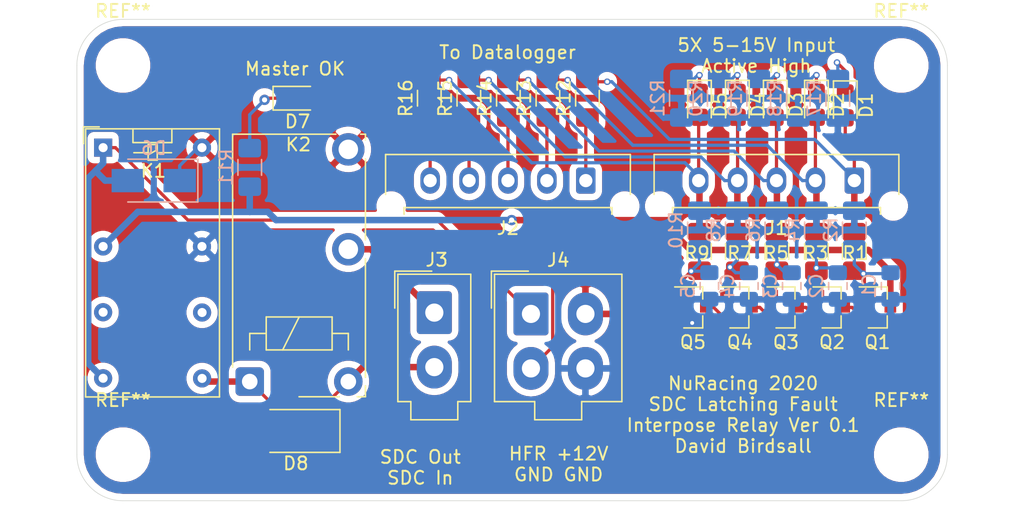
<source format=kicad_pcb>
(kicad_pcb (version 20171130) (host pcbnew "(5.1.6)-1")
  (layers (0 F.Cu signal) (31 B.Cu signal) (34 B.Paste user) (35 F.Paste user) (36 B.SilkS user) (37 F.SilkS user) (38 B.Mask user) (39 F.Mask user) (44 Edge.Cuts user))
  (net 0 "")
  (net 1 GND)
  (net 2 "Net-(C1-Pad1)")
  (net 3 "Net-(C2-Pad1)")
  (net 4 "Net-(C3-Pad1)")
  (net 5 "Net-(C4-Pad1)")
  (net 6 "Net-(C5-Pad1)")
  (net 7 "Net-(D1-Pad1)")
  (net 8 /In_1)
  (net 9 /In_2)
  (net 10 "Net-(D2-Pad1)")
  (net 11 /In_3)
  (net 12 "Net-(D3-Pad1)")
  (net 13 /In_4)
  (net 14 "Net-(D4-Pad1)")
  (net 15 "Net-(D5-Pad1)")
  (net 16 /In_5)
  (net 17 /K1_Coil_Lowssidde)
  (net 18 +12V)
  (net 19 "Net-(D7-Pad1)")
  (net 20 /Shutdown_In)
  (net 21 "Net-(D8-Pad2)")
  (net 22 "Net-(J2-Pad5)")
  (net 23 "Net-(J2-Pad4)")
  (net 24 "Net-(J2-Pad3)")
  (net 25 "Net-(J2-Pad2)")
  (net 26 "Net-(J2-Pad1)")
  (net 27 /Shutdown_Out)
  (net 28 /Input_Opendrain)
  (net 29 "Net-(Q1-Pad2)")
  (net 30 "Net-(Q2-Pad2)")
  (net 31 "Net-(Q3-Pad2)")
  (net 32 "Net-(Q4-Pad2)")
  (module MountingHole:MountingHole_3.2mm_M3 (layer F.Cu) (at 150.686 99.358)
    (fp_text reference REF** (at 0 -4.2) (layer F.SilkS))
    (fp_text value MountingHole_3.2mm_M3)
    (pad 1 np_thru_hole circle (at 0 0) (size 3.2 3.2) (drill 3.2) (layers *.Cu *.Mask))
  )
  (module MountingHole:MountingHole_3.2mm_M3 (layer F.Cu) (at 150.686 69.358)
    (fp_text reference REF** (at 0 -4.2) (layer F.SilkS))
    (fp_text value MountingHole_3.2mm_M3)
    (pad 1 np_thru_hole circle (at 0 0) (size 3.2 3.2) (drill 3.2) (layers *.Cu *.Mask))
  )
  (module MountingHole:MountingHole_3.2mm_M3 (layer F.Cu) (at 90.686 99.358)
    (fp_text reference REF** (at 0 -4.2) (layer F.SilkS))
    (fp_text value MountingHole_3.2mm_M3)
    (pad 1 np_thru_hole circle (at 0 0) (size 3.2 3.2) (drill 3.2) (layers *.Cu *.Mask))
  )
  (module MountingHole:MountingHole_3.2mm_M3 (layer F.Cu) (at 90.686 69.358)
    (fp_text reference REF** (at 0 -4.2) (layer F.SilkS))
    (fp_text value MountingHole_3.2mm_M3)
    (pad 1 np_thru_hole circle (at 0 0) (size 3.2 3.2) (drill 3.2) (layers *.Cu *.Mask))
  )
  (module Capacitor_SMD:C_0805_2012Metric_Pad1.15x1.40mm_HandSolder (layer B.Cu) (at 149.86 86.36 270)
    (fp_text reference C1 (at 0 1.65 90) (layer B.SilkS) (effects (justify mirror)))
    (fp_text value 10u)
    (pad 2 smd roundrect (at 1.025 0 270) (size 1.15 1.4) (layers B.Cu B.Paste B.Mask) (roundrect_rratio 0.217391) (net 1 GND))
    (pad 1 smd roundrect (at -1.025 0 270) (size 1.15 1.4) (layers B.Cu B.Paste B.Mask) (roundrect_rratio 0.217391) (net 2 "Net-(C1-Pad1)"))
  )
  (module Capacitor_SMD:C_0805_2012Metric_Pad1.15x1.40mm_HandSolder (layer B.Cu) (at 145.796 86.36 270)
    (fp_text reference C2 (at 0 1.65 90) (layer B.SilkS) (effects (justify mirror)))
    (fp_text value 10u)
    (pad 2 smd roundrect (at 1.025 0 270) (size 1.15 1.4) (layers B.Cu B.Paste B.Mask) (roundrect_rratio 0.217391) (net 1 GND))
    (pad 1 smd roundrect (at -1.025 0 270) (size 1.15 1.4) (layers B.Cu B.Paste B.Mask) (roundrect_rratio 0.217391) (net 3 "Net-(C2-Pad1)"))
  )
  (module Capacitor_SMD:C_0805_2012Metric_Pad1.15x1.40mm_HandSolder (layer B.Cu) (at 142.24 86.36 270)
    (fp_text reference C3 (at 0 1.65 90) (layer B.SilkS) (effects (justify mirror)))
    (fp_text value 10u)
    (pad 1 smd roundrect (at -1.025 0 270) (size 1.15 1.4) (layers B.Cu B.Paste B.Mask) (roundrect_rratio 0.217391) (net 4 "Net-(C3-Pad1)"))
    (pad 2 smd roundrect (at 1.025 0 270) (size 1.15 1.4) (layers B.Cu B.Paste B.Mask) (roundrect_rratio 0.217391) (net 1 GND))
  )
  (module Capacitor_SMD:C_0805_2012Metric_Pad1.15x1.40mm_HandSolder (layer B.Cu) (at 138.938 86.36 270)
    (fp_text reference C4 (at 0 1.65 270) (layer B.SilkS) (effects (justify mirror)))
    (fp_text value 10u)
    (pad 1 smd roundrect (at -1.025 0 270) (size 1.15 1.4) (layers B.Cu B.Paste B.Mask) (roundrect_rratio 0.217391) (net 5 "Net-(C4-Pad1)"))
    (pad 2 smd roundrect (at 1.025 0 270) (size 1.15 1.4) (layers B.Cu B.Paste B.Mask) (roundrect_rratio 0.217391) (net 1 GND))
  )
  (module Capacitor_SMD:C_0805_2012Metric_Pad1.15x1.40mm_HandSolder (layer B.Cu) (at 135.89 86.351 270)
    (fp_text reference C5 (at 0 1.65 270) (layer B.SilkS) (effects (justify mirror)))
    (fp_text value 10u)
    (pad 1 smd roundrect (at -1.025 0 270) (size 1.15 1.4) (layers B.Cu B.Paste B.Mask) (roundrect_rratio 0.217391) (net 6 "Net-(C5-Pad1)"))
    (pad 2 smd roundrect (at 1.025 0 270) (size 1.15 1.4) (layers B.Cu B.Paste B.Mask) (roundrect_rratio 0.217391) (net 1 GND))
  )
  (module LED_SMD:LED_0805_2012Metric_Castellated (layer F.Cu) (at 146.368 72.434 270)
    (fp_text reference D1 (at 0 -1.6 90) (layer F.SilkS))
    (fp_text value LED)
    (pad 1 smd roundrect (at -0.9625 0 270) (size 1.325 1.3) (layers F.Cu F.Paste F.Mask) (roundrect_rratio 0.192308) (net 7 "Net-(D1-Pad1)"))
    (pad 2 smd roundrect (at 0.9625 0 270) (size 1.325 1.3) (layers F.Cu F.Paste F.Mask) (roundrect_rratio 0.192308) (net 8 /In_1))
  )
  (module LED_SMD:LED_0805_2012Metric_Castellated (layer F.Cu) (at 144.145 72.39 270)
    (fp_text reference D2 (at 0 -1.6 90) (layer F.SilkS))
    (fp_text value LED)
    (pad 2 smd roundrect (at 0.9625 0 270) (size 1.325 1.3) (layers F.Cu F.Paste F.Mask) (roundrect_rratio 0.192308) (net 9 /In_2))
    (pad 1 smd roundrect (at -0.9625 0 270) (size 1.325 1.3) (layers F.Cu F.Paste F.Mask) (roundrect_rratio 0.192308) (net 10 "Net-(D2-Pad1)"))
  )
  (module LED_SMD:LED_0805_2012Metric_Castellated (layer F.Cu) (at 140.97 72.39 270)
    (fp_text reference D3 (at 0 -1.6 90) (layer F.SilkS))
    (fp_text value LED)
    (pad 2 smd roundrect (at 0.9625 0 270) (size 1.325 1.3) (layers F.Cu F.Paste F.Mask) (roundrect_rratio 0.192308) (net 11 /In_3))
    (pad 1 smd roundrect (at -0.9625 0 270) (size 1.325 1.3) (layers F.Cu F.Paste F.Mask) (roundrect_rratio 0.192308) (net 12 "Net-(D3-Pad1)"))
  )
  (module LED_SMD:LED_0805_2012Metric_Castellated (layer F.Cu) (at 138.049 72.39 270)
    (fp_text reference D4 (at 0 -1.6 90) (layer F.SilkS))
    (fp_text value LED)
    (pad 2 smd roundrect (at 0.9625 0 270) (size 1.325 1.3) (layers F.Cu F.Paste F.Mask) (roundrect_rratio 0.192308) (net 13 /In_4))
    (pad 1 smd roundrect (at -0.9625 0 270) (size 1.325 1.3) (layers F.Cu F.Paste F.Mask) (roundrect_rratio 0.192308) (net 14 "Net-(D4-Pad1)"))
  )
  (module LED_SMD:LED_0805_2012Metric_Castellated (layer F.Cu) (at 135.128 72.39 270)
    (fp_text reference D5 (at 0 -1.6 90) (layer F.SilkS))
    (fp_text value LED)
    (pad 1 smd roundrect (at -0.9625 0 270) (size 1.325 1.3) (layers F.Cu F.Paste F.Mask) (roundrect_rratio 0.192308) (net 15 "Net-(D5-Pad1)"))
    (pad 2 smd roundrect (at 0.9625 0 270) (size 1.325 1.3) (layers F.Cu F.Paste F.Mask) (roundrect_rratio 0.192308) (net 16 /In_5))
  )
  (module Diode_SMD:D_SMA (layer B.Cu) (at 93.059 78.232 180)
    (fp_text reference D6 (at 0 2.5) (layer B.SilkS) (effects (justify mirror)))
    (fp_text value D)
    (pad 2 smd rect (at 2 0 180) (size 2.5 1.8) (layers B.Cu B.Paste B.Mask) (net 17 /K1_Coil_Lowssidde))
    (pad 1 smd rect (at -2 0 180) (size 2.5 1.8) (layers B.Cu B.Paste B.Mask) (net 18 +12V))
  )
  (module LED_SMD:LED_0805_2012Metric_Castellated (layer F.Cu) (at 104.14 71.882)
    (fp_text reference D7 (at 0 1.794) (layer F.SilkS))
    (fp_text value LED)
    (pad 1 smd roundrect (at -0.9625 0) (size 1.325 1.3) (layers F.Cu F.Paste F.Mask) (roundrect_rratio 0.192308) (net 19 "Net-(D7-Pad1)"))
    (pad 2 smd roundrect (at 0.9625 0) (size 1.325 1.3) (layers F.Cu F.Paste F.Mask) (roundrect_rratio 0.192308) (net 18 +12V))
  )
  (module Diode_SMD:D_SMA (layer F.Cu) (at 104.013 97.536 180)
    (fp_text reference D8 (at 0 -2.5) (layer F.SilkS))
    (fp_text value D)
    (pad 1 smd rect (at -2 0 180) (size 2.5 1.8) (layers F.Cu F.Paste F.Mask) (net 20 /Shutdown_In))
    (pad 2 smd rect (at 2 0 180) (size 2.5 1.8) (layers F.Cu F.Paste F.Mask) (net 21 "Net-(D8-Pad2)"))
  )
  (module Connector_Molex:Molex_Micro-Fit_3.0_43650-0515_1x05_P3.00mm_Vertical (layer F.Cu) (at 147.066 78.232 180)
    (fp_text reference J1 (at 6 -3.67) (layer F.SilkS))
    (fp_text value Conn_01x05)
    (pad "" np_thru_hole circle (at -3 -1.96 180) (size 1.27 1.27) (drill 1.27) (layers *.Cu *.Mask))
    (pad "" np_thru_hole circle (at 15 -1.96 180) (size 1.27 1.27) (drill 1.27) (layers *.Cu *.Mask))
    (pad 1 thru_hole roundrect (at 0 0 180) (size 1.5 2.02) (drill 1.02) (layers *.Cu *.Mask) (roundrect_rratio 0.166667) (net 8 /In_1))
    (pad 2 thru_hole oval (at 3 0 180) (size 1.5 2.02) (drill 1.02) (layers *.Cu *.Mask) (net 9 /In_2))
    (pad 3 thru_hole oval (at 6 0 180) (size 1.5 2.02) (drill 1.02) (layers *.Cu *.Mask) (net 11 /In_3))
    (pad 4 thru_hole oval (at 9 0 180) (size 1.5 2.02) (drill 1.02) (layers *.Cu *.Mask) (net 13 /In_4))
    (pad 5 thru_hole oval (at 12 0 180) (size 1.5 2.02) (drill 1.02) (layers *.Cu *.Mask) (net 16 /In_5))
  )
  (module Connector_Molex:Molex_Micro-Fit_3.0_43650-0515_1x05_P3.00mm_Vertical (layer F.Cu) (at 126.365 78.232 180)
    (fp_text reference J2 (at 6 -3.67) (layer F.SilkS))
    (fp_text value Conn_01x05)
    (pad 5 thru_hole oval (at 12 0 180) (size 1.5 2.02) (drill 1.02) (layers *.Cu *.Mask) (net 22 "Net-(J2-Pad5)"))
    (pad 4 thru_hole oval (at 9 0 180) (size 1.5 2.02) (drill 1.02) (layers *.Cu *.Mask) (net 23 "Net-(J2-Pad4)"))
    (pad 3 thru_hole oval (at 6 0 180) (size 1.5 2.02) (drill 1.02) (layers *.Cu *.Mask) (net 24 "Net-(J2-Pad3)"))
    (pad 2 thru_hole oval (at 3 0 180) (size 1.5 2.02) (drill 1.02) (layers *.Cu *.Mask) (net 25 "Net-(J2-Pad2)"))
    (pad 1 thru_hole roundrect (at 0 0 180) (size 1.5 2.02) (drill 1.02) (layers *.Cu *.Mask) (roundrect_rratio 0.166667) (net 26 "Net-(J2-Pad1)"))
    (pad "" np_thru_hole circle (at 15 -1.96 180) (size 1.27 1.27) (drill 1.27) (layers *.Cu *.Mask))
    (pad "" np_thru_hole circle (at -3 -1.96 180) (size 1.27 1.27) (drill 1.27) (layers *.Cu *.Mask))
  )
  (module Mini-Fit-Jr-4.20mm-pitch:Molex-Mini-Fit-Jr-2-pin-P4.2mm-RowP4.2mm (layer F.Cu) (at 114.687001 98.511001)
    (fp_text reference J3 (at 0.184999 -14.167001) (layer F.SilkS))
    (fp_text value Conn_01x02)
    (pad 2 thru_hole oval (at 0 -5.9) (size 2.7 3.3) (drill 1.4) (layers *.Cu *.Mask) (net 20 /Shutdown_In))
    (pad 1 thru_hole roundrect (at 0 -10.1) (size 2.7 3.3) (drill 1.4) (layers *.Cu *.Mask) (roundrect_rratio 0.09259299999999999) (net 27 /Shutdown_Out))
  )
  (module Mini-Fit-Jr-4.20mm-pitch:Molex-Mini-Fit-Jr-4-pin-P4.2mm-RowP4.2mm (layer F.Cu) (at 122.137001 87.811001)
    (fp_text reference J4 (at 2.1 -3.45) (layer F.SilkS))
    (fp_text value Conn_01x04)
    (pad 1 thru_hole roundrect (at 0 0.7) (size 2.7 3.3) (drill 1.4) (layers *.Cu *.Mask) (roundrect_rratio 0.09259299999999999) (net 17 /K1_Coil_Lowssidde))
    (pad 2 thru_hole oval (at 4.2 0.7) (size 2.7 3.3) (drill 1.4) (layers *.Cu *.Mask) (net 18 +12V))
    (pad 3 thru_hole oval (at 0 4.9) (size 2.7 3.3) (drill 1.4) (layers *.Cu *.Mask) (net 28 /Input_Opendrain))
    (pad 4 thru_hole oval (at 4.2 4.9) (size 2.7 3.3) (drill 1.4) (layers *.Cu *.Mask) (net 1 GND))
  )
  (module Relay_THT:Relay_DPDT_Omron_G5V-2 (layer F.Cu) (at 89.154 75.692)
    (fp_text reference K1 (at 3.874 1.794 180) (layer F.SilkS))
    (fp_text value G5V-2)
    (pad 1 thru_hole rect (at 0 0) (size 1.4 1.4) (drill 0.7) (layers *.Cu *.Mask) (net 17 /K1_Coil_Lowssidde))
    (pad 16 thru_hole circle (at 7.62 0) (size 1.4 1.4) (drill 0.7) (layers *.Cu *.Mask) (net 18 +12V))
    (pad 6 thru_hole circle (at 0 12.69) (size 1.4 1.4) (drill 0.7) (layers *.Cu *.Mask))
    (pad 8 thru_hole circle (at 0 17.78) (size 1.4 1.4) (drill 0.7) (layers *.Cu *.Mask) (net 17 /K1_Coil_Lowssidde))
    (pad 4 thru_hole circle (at 0 7.62) (size 1.4 1.4) (drill 0.7) (layers *.Cu *.Mask) (net 28 /Input_Opendrain))
    (pad 11 thru_hole circle (at 7.63 12.71) (size 1.4 1.4) (drill 0.7) (layers *.Cu *.Mask))
    (pad 9 thru_hole circle (at 7.63 17.79) (size 1.4 1.4) (drill 0.7) (layers *.Cu *.Mask) (net 21 "Net-(D8-Pad2)"))
    (pad 13 thru_hole circle (at 7.62 7.62) (size 1.4 1.4) (drill 0.7) (layers *.Cu *.Mask) (net 1 GND))
  )
  (module Relay_THT:Relay_SPST_TE_PCH-1xxx2M (layer F.Cu) (at 100.457 93.726 90)
    (fp_text reference K2 (at 18.272 3.747 180) (layer F.SilkS))
    (fp_text value TE_PCH-1xxx2M)
    (pad 2 thru_hole circle (at 10.2 7.6 90) (size 2.5 2.5) (drill 1.5) (layers *.Cu *.Mask) (net 27 /Shutdown_Out))
    (pad 1 thru_hole roundrect (at 0 0 90) (size 2.2 2.2) (drill 1.2) (layers *.Cu *.Mask) (roundrect_rratio 0.155) (net 21 "Net-(D8-Pad2)"))
    (pad 5 thru_hole circle (at 0 7.6 90) (size 2.2 2.2) (drill 1.2) (layers *.Cu *.Mask) (net 20 /Shutdown_In))
    (pad 3 thru_hole circle (at 17.9 7.6 90) (size 2.5 2.5) (drill 1.5) (layers *.Cu *.Mask) (net 18 +12V))
  )
  (module Package_TO_SOT_SMD:SOT-23 (layer F.Cu) (at 148.844 88.011)
    (fp_text reference Q1 (at 0 2.683) (layer F.SilkS))
    (fp_text value 2N7002)
    (pad 1 smd rect (at -1 -0.95) (size 0.9 0.8) (layers F.Cu F.Paste F.Mask) (net 2 "Net-(C1-Pad1)"))
    (pad 2 smd rect (at -1 0.95) (size 0.9 0.8) (layers F.Cu F.Paste F.Mask) (net 29 "Net-(Q1-Pad2)"))
    (pad 3 smd rect (at 1 0) (size 0.9 0.8) (layers F.Cu F.Paste F.Mask) (net 28 /Input_Opendrain))
  )
  (module Package_TO_SOT_SMD:SOT-23 (layer F.Cu) (at 145.288 88.011)
    (fp_text reference Q2 (at 0.064 2.683) (layer F.SilkS))
    (fp_text value 2N7002)
    (pad 1 smd rect (at -1 -0.95) (size 0.9 0.8) (layers F.Cu F.Paste F.Mask) (net 3 "Net-(C2-Pad1)"))
    (pad 2 smd rect (at -1 0.95) (size 0.9 0.8) (layers F.Cu F.Paste F.Mask) (net 30 "Net-(Q2-Pad2)"))
    (pad 3 smd rect (at 1 0) (size 0.9 0.8) (layers F.Cu F.Paste F.Mask) (net 29 "Net-(Q1-Pad2)"))
  )
  (module Package_TO_SOT_SMD:SOT-23 (layer F.Cu) (at 141.732 88.011)
    (fp_text reference Q3 (at 0.064 2.683) (layer F.SilkS))
    (fp_text value 2N7002)
    (pad 3 smd rect (at 1 0) (size 0.9 0.8) (layers F.Cu F.Paste F.Mask) (net 30 "Net-(Q2-Pad2)"))
    (pad 2 smd rect (at -1 0.95) (size 0.9 0.8) (layers F.Cu F.Paste F.Mask) (net 31 "Net-(Q3-Pad2)"))
    (pad 1 smd rect (at -1 -0.95) (size 0.9 0.8) (layers F.Cu F.Paste F.Mask) (net 4 "Net-(C3-Pad1)"))
  )
  (module Package_TO_SOT_SMD:SOT-23 (layer F.Cu) (at 138.176 88.011)
    (fp_text reference Q4 (at 0.064 2.683) (layer F.SilkS))
    (fp_text value 2N7002)
    (pad 3 smd rect (at 1 0) (size 0.9 0.8) (layers F.Cu F.Paste F.Mask) (net 31 "Net-(Q3-Pad2)"))
    (pad 2 smd rect (at -1 0.95) (size 0.9 0.8) (layers F.Cu F.Paste F.Mask) (net 32 "Net-(Q4-Pad2)"))
    (pad 1 smd rect (at -1 -0.95) (size 0.9 0.8) (layers F.Cu F.Paste F.Mask) (net 5 "Net-(C4-Pad1)"))
  )
  (module Package_TO_SOT_SMD:SOT-23 (layer F.Cu) (at 134.62 88.011)
    (fp_text reference Q5 (at 0 2.683) (layer F.SilkS))
    (fp_text value 2N7002)
    (pad 1 smd rect (at -1 -0.95) (size 0.9 0.8) (layers F.Cu F.Paste F.Mask) (net 6 "Net-(C5-Pad1)"))
    (pad 2 smd rect (at -1 0.95) (size 0.9 0.8) (layers F.Cu F.Paste F.Mask) (net 1 GND))
    (pad 3 smd rect (at 1 0) (size 0.9 0.8) (layers F.Cu F.Paste F.Mask) (net 32 "Net-(Q4-Pad2)"))
  )
  (module Resistor_SMD:R_1206_3216Metric_Pad1.42x1.75mm_HandSolder (layer F.Cu) (at 147.066 83.693 270)
    (fp_text reference R1 (at 0.143 -0.064 180) (layer F.SilkS))
    (fp_text value 1k)
    (pad 1 smd roundrect (at -1.4875 0 270) (size 1.425 1.75) (layers F.Cu F.Paste F.Mask) (roundrect_rratio 0.175439) (net 8 /In_1))
    (pad 2 smd roundrect (at 1.4875 0 270) (size 1.425 1.75) (layers F.Cu F.Paste F.Mask) (roundrect_rratio 0.175439) (net 2 "Net-(C1-Pad1)"))
  )
  (module Resistor_SMD:R_1206_3216Metric_Pad1.42x1.75mm_HandSolder (layer B.Cu) (at 147.066 82.042 270)
    (fp_text reference R2 (at 0 1.82 270) (layer B.SilkS) (effects (justify mirror)))
    (fp_text value 50k)
    (pad 1 smd roundrect (at -1.4875 0 270) (size 1.425 1.75) (layers B.Cu B.Paste B.Mask) (roundrect_rratio 0.175439) (net 1 GND))
    (pad 2 smd roundrect (at 1.4875 0 270) (size 1.425 1.75) (layers B.Cu B.Paste B.Mask) (roundrect_rratio 0.175439) (net 2 "Net-(C1-Pad1)"))
  )
  (module Resistor_SMD:R_1206_3216Metric_Pad1.42x1.75mm_HandSolder (layer F.Cu) (at 144.145 83.693 270)
    (fp_text reference R3 (at 0.143 0.063) (layer F.SilkS))
    (fp_text value 1k)
    (pad 2 smd roundrect (at 1.4875 0 270) (size 1.425 1.75) (layers F.Cu F.Paste F.Mask) (roundrect_rratio 0.175439) (net 3 "Net-(C2-Pad1)"))
    (pad 1 smd roundrect (at -1.4875 0 270) (size 1.425 1.75) (layers F.Cu F.Paste F.Mask) (roundrect_rratio 0.175439) (net 9 /In_2))
  )
  (module Resistor_SMD:R_1206_3216Metric_Pad1.42x1.75mm_HandSolder (layer B.Cu) (at 144.145 82.042 270)
    (fp_text reference R4 (at 0 1.82 270) (layer B.SilkS) (effects (justify mirror)))
    (fp_text value 50k)
    (pad 1 smd roundrect (at -1.4875 0 270) (size 1.425 1.75) (layers B.Cu B.Paste B.Mask) (roundrect_rratio 0.175439) (net 1 GND))
    (pad 2 smd roundrect (at 1.4875 0 270) (size 1.425 1.75) (layers B.Cu B.Paste B.Mask) (roundrect_rratio 0.175439) (net 3 "Net-(C2-Pad1)"))
  )
  (module Resistor_SMD:R_1206_3216Metric_Pad1.42x1.75mm_HandSolder (layer F.Cu) (at 141.097 83.693 270)
    (fp_text reference R5 (at 0.143 0.063 180) (layer F.SilkS))
    (fp_text value 1k)
    (pad 1 smd roundrect (at -1.4875 0 270) (size 1.425 1.75) (layers F.Cu F.Paste F.Mask) (roundrect_rratio 0.175439) (net 11 /In_3))
    (pad 2 smd roundrect (at 1.4875 0 270) (size 1.425 1.75) (layers F.Cu F.Paste F.Mask) (roundrect_rratio 0.175439) (net 4 "Net-(C3-Pad1)"))
  )
  (module Resistor_SMD:R_1206_3216Metric_Pad1.42x1.75mm_HandSolder (layer B.Cu) (at 141.097 82.042 270)
    (fp_text reference R6 (at 0 1.82 270) (layer B.SilkS) (effects (justify mirror)))
    (fp_text value 50k)
    (pad 1 smd roundrect (at -1.4875 0 270) (size 1.425 1.75) (layers B.Cu B.Paste B.Mask) (roundrect_rratio 0.175439) (net 1 GND))
    (pad 2 smd roundrect (at 1.4875 0 270) (size 1.425 1.75) (layers B.Cu B.Paste B.Mask) (roundrect_rratio 0.175439) (net 4 "Net-(C3-Pad1)"))
  )
  (module Resistor_SMD:R_1206_3216Metric_Pad1.42x1.75mm_HandSolder (layer F.Cu) (at 138.049 83.693 270)
    (fp_text reference R7 (at 0.143 -0.191 180) (layer F.SilkS))
    (fp_text value 1k)
    (pad 2 smd roundrect (at 1.4875 0 270) (size 1.425 1.75) (layers F.Cu F.Paste F.Mask) (roundrect_rratio 0.175439) (net 5 "Net-(C4-Pad1)"))
    (pad 1 smd roundrect (at -1.4875 0 270) (size 1.425 1.75) (layers F.Cu F.Paste F.Mask) (roundrect_rratio 0.175439) (net 13 /In_4))
  )
  (module Resistor_SMD:R_1206_3216Metric_Pad1.42x1.75mm_HandSolder (layer B.Cu) (at 138.049 82.042 270)
    (fp_text reference R8 (at 0 1.82 270) (layer B.SilkS) (effects (justify mirror)))
    (fp_text value 50k)
    (pad 2 smd roundrect (at 1.4875 0 270) (size 1.425 1.75) (layers B.Cu B.Paste B.Mask) (roundrect_rratio 0.175439) (net 5 "Net-(C4-Pad1)"))
    (pad 1 smd roundrect (at -1.4875 0 270) (size 1.425 1.75) (layers B.Cu B.Paste B.Mask) (roundrect_rratio 0.175439) (net 1 GND))
  )
  (module Resistor_SMD:R_1206_3216Metric_Pad1.42x1.75mm_HandSolder (layer F.Cu) (at 135.128 83.693 270)
    (fp_text reference R9 (at 0.143 0.19 180) (layer F.SilkS))
    (fp_text value 1k)
    (pad 2 smd roundrect (at 1.4875 0 270) (size 1.425 1.75) (layers F.Cu F.Paste F.Mask) (roundrect_rratio 0.175439) (net 6 "Net-(C5-Pad1)"))
    (pad 1 smd roundrect (at -1.4875 0 270) (size 1.425 1.75) (layers F.Cu F.Paste F.Mask) (roundrect_rratio 0.175439) (net 16 /In_5))
  )
  (module Resistor_SMD:R_1206_3216Metric_Pad1.42x1.75mm_HandSolder (layer B.Cu) (at 135.128 82.042 270)
    (fp_text reference R10 (at 0 1.82 270) (layer B.SilkS) (effects (justify mirror)))
    (fp_text value 50k)
    (pad 1 smd roundrect (at -1.4875 0 270) (size 1.425 1.75) (layers B.Cu B.Paste B.Mask) (roundrect_rratio 0.175439) (net 1 GND))
    (pad 2 smd roundrect (at 1.4875 0 270) (size 1.425 1.75) (layers B.Cu B.Paste B.Mask) (roundrect_rratio 0.175439) (net 6 "Net-(C5-Pad1)"))
  )
  (module Resistor_SMD:R_1206_3216Metric_Pad1.42x1.75mm_HandSolder (layer B.Cu) (at 100.457 77.216 270)
    (fp_text reference R11 (at 0 1.82 90) (layer B.SilkS) (effects (justify mirror)))
    (fp_text value 1k)
    (pad 2 smd roundrect (at 1.4875 0 270) (size 1.425 1.75) (layers B.Cu B.Paste B.Mask) (roundrect_rratio 0.175439) (net 28 /Input_Opendrain))
    (pad 1 smd roundrect (at -1.4875 0 270) (size 1.425 1.75) (layers B.Cu B.Paste B.Mask) (roundrect_rratio 0.175439) (net 19 "Net-(D7-Pad1)"))
  )
  (module Resistor_SMD:R_1206_3216Metric_Pad1.42x1.75mm_HandSolder (layer F.Cu) (at 126.492 71.882 90)
    (fp_text reference R12 (at 0 -1.82 90) (layer F.SilkS))
    (fp_text value 10k)
    (pad 1 smd roundrect (at -1.4875 0 90) (size 1.425 1.75) (layers F.Cu F.Paste F.Mask) (roundrect_rratio 0.175439) (net 26 "Net-(J2-Pad1)"))
    (pad 2 smd roundrect (at 1.4875 0 90) (size 1.425 1.75) (layers F.Cu F.Paste F.Mask) (roundrect_rratio 0.175439) (net 8 /In_1))
  )
  (module Resistor_SMD:R_1206_3216Metric_Pad1.42x1.75mm_HandSolder (layer F.Cu) (at 123.444 71.882 90)
    (fp_text reference R13 (at 0 -1.82 90) (layer F.SilkS))
    (fp_text value 10k)
    (pad 2 smd roundrect (at 1.4875 0 90) (size 1.425 1.75) (layers F.Cu F.Paste F.Mask) (roundrect_rratio 0.175439) (net 9 /In_2))
    (pad 1 smd roundrect (at -1.4875 0 90) (size 1.425 1.75) (layers F.Cu F.Paste F.Mask) (roundrect_rratio 0.175439) (net 25 "Net-(J2-Pad2)"))
  )
  (module Resistor_SMD:R_1206_3216Metric_Pad1.42x1.75mm_HandSolder (layer F.Cu) (at 120.396 71.882 90)
    (fp_text reference R14 (at 0 -1.82 90) (layer F.SilkS))
    (fp_text value 10k)
    (pad 1 smd roundrect (at -1.4875 0 90) (size 1.425 1.75) (layers F.Cu F.Paste F.Mask) (roundrect_rratio 0.175439) (net 24 "Net-(J2-Pad3)"))
    (pad 2 smd roundrect (at 1.4875 0 90) (size 1.425 1.75) (layers F.Cu F.Paste F.Mask) (roundrect_rratio 0.175439) (net 11 /In_3))
  )
  (module Resistor_SMD:R_1206_3216Metric_Pad1.42x1.75mm_HandSolder (layer F.Cu) (at 117.348 71.882 90)
    (fp_text reference R15 (at 0 -1.82 90) (layer F.SilkS))
    (fp_text value 10k)
    (pad 2 smd roundrect (at 1.4875 0 90) (size 1.425 1.75) (layers F.Cu F.Paste F.Mask) (roundrect_rratio 0.175439) (net 13 /In_4))
    (pad 1 smd roundrect (at -1.4875 0 90) (size 1.425 1.75) (layers F.Cu F.Paste F.Mask) (roundrect_rratio 0.175439) (net 23 "Net-(J2-Pad4)"))
  )
  (module Resistor_SMD:R_1206_3216Metric_Pad1.42x1.75mm_HandSolder (layer F.Cu) (at 114.3 71.882 90)
    (fp_text reference R16 (at 0 -1.82 90) (layer F.SilkS))
    (fp_text value 10k)
    (pad 1 smd roundrect (at -1.4875 0 90) (size 1.425 1.75) (layers F.Cu F.Paste F.Mask) (roundrect_rratio 0.175439) (net 22 "Net-(J2-Pad5)"))
    (pad 2 smd roundrect (at 1.4875 0 90) (size 1.425 1.75) (layers F.Cu F.Paste F.Mask) (roundrect_rratio 0.175439) (net 16 /In_5))
  )
  (module Resistor_SMD:R_1206_3216Metric_Pad1.42x1.75mm_HandSolder (layer B.Cu) (at 145.796 71.882 270)
    (fp_text reference R17 (at 0 1.82 270) (layer B.SilkS) (effects (justify mirror)))
    (fp_text value 1k)
    (pad 2 smd roundrect (at 1.4875 0 270) (size 1.425 1.75) (layers B.Cu B.Paste B.Mask) (roundrect_rratio 0.175439) (net 1 GND))
    (pad 1 smd roundrect (at -1.4875 0 270) (size 1.425 1.75) (layers B.Cu B.Paste B.Mask) (roundrect_rratio 0.175439) (net 7 "Net-(D1-Pad1)"))
  )
  (module Resistor_SMD:R_1206_3216Metric_Pad1.42x1.75mm_HandSolder (layer B.Cu) (at 142.748 71.882 270)
    (fp_text reference R18 (at 0 1.82 270) (layer B.SilkS) (effects (justify mirror)))
    (fp_text value 1k)
    (pad 1 smd roundrect (at -1.4875 0 270) (size 1.425 1.75) (layers B.Cu B.Paste B.Mask) (roundrect_rratio 0.175439) (net 10 "Net-(D2-Pad1)"))
    (pad 2 smd roundrect (at 1.4875 0 270) (size 1.425 1.75) (layers B.Cu B.Paste B.Mask) (roundrect_rratio 0.175439) (net 1 GND))
  )
  (module Resistor_SMD:R_1206_3216Metric_Pad1.42x1.75mm_HandSolder (layer B.Cu) (at 139.7 71.882 270)
    (fp_text reference R19 (at 0 1.82 270) (layer B.SilkS) (effects (justify mirror)))
    (fp_text value 1k)
    (pad 2 smd roundrect (at 1.4875 0 270) (size 1.425 1.75) (layers B.Cu B.Paste B.Mask) (roundrect_rratio 0.175439) (net 1 GND))
    (pad 1 smd roundrect (at -1.4875 0 270) (size 1.425 1.75) (layers B.Cu B.Paste B.Mask) (roundrect_rratio 0.175439) (net 12 "Net-(D3-Pad1)"))
  )
  (module Resistor_SMD:R_1206_3216Metric_Pad1.42x1.75mm_HandSolder (layer B.Cu) (at 136.652 71.882 270)
    (fp_text reference R20 (at 0 1.82 270) (layer B.SilkS) (effects (justify mirror)))
    (fp_text value 1k)
    (pad 1 smd roundrect (at -1.4875 0 270) (size 1.425 1.75) (layers B.Cu B.Paste B.Mask) (roundrect_rratio 0.175439) (net 14 "Net-(D4-Pad1)"))
    (pad 2 smd roundrect (at 1.4875 0 270) (size 1.425 1.75) (layers B.Cu B.Paste B.Mask) (roundrect_rratio 0.175439) (net 1 GND))
  )
  (module Resistor_SMD:R_1206_3216Metric_Pad1.42x1.75mm_HandSolder (layer B.Cu) (at 133.731 71.882 270)
    (fp_text reference R21 (at 0 1.82 90) (layer B.SilkS) (effects (justify mirror)))
    (fp_text value 1k)
    (pad 2 smd roundrect (at 1.4875 0 270) (size 1.425 1.75) (layers B.Cu B.Paste B.Mask) (roundrect_rratio 0.175439) (net 1 GND))
    (pad 1 smd roundrect (at -1.4875 0 270) (size 1.425 1.75) (layers B.Cu B.Paste B.Mask) (roundrect_rratio 0.175439) (net 15 "Net-(D5-Pad1)"))
  )
  (gr_text "Master OK" (at 103.95 69.612) (layer F.SilkS) (effects (font (size 1 1))))
  (gr_text "HFR +12V\nGND GND" (at 124.27 100.092) (layer F.SilkS) (effects (font (size 1 1))))
  (gr_text "SDC Out\nSDC In" (at 113.602 100.346) (layer F.SilkS) (effects (font (size 1 1))))
  (gr_text "5X 5-15V Input\nActive High" (at 139.51 68.596) (layer F.SilkS) (effects (font (size 1 1))))
  (gr_text "To Datalogger " (at 120.714 68.342) (layer F.SilkS) (effects (font (size 1 1))))
  (gr_text "NuRacing 2020\nSDC Latching Fault\nInterpose Relay Ver 0.1\nDavid Birdsall" (at 138.494 96.282) (layer F.SilkS) (effects (font (size 1 1))))
  (gr_line (start 150.686 102.914) (end 90.686 102.914) (layer Edge.Cuts) (width 0.05))
  (gr_line (start 154.242 69.358) (end 154.242 99.358) (layer Edge.Cuts) (width 0.05))
  (gr_line (start 150.686 65.802) (end 90.686 65.802) (layer Edge.Cuts) (width 0.05))
  (gr_arc (start 150.686 69.358) (end 154.242 69.358) (angle -90) (layer Edge.Cuts) (width 0.05))
  (gr_arc (start 150.686 99.358) (end 150.686 102.914) (angle -90) (layer Edge.Cuts) (width 0.05))
  (gr_line (start 87.13 99.358) (end 87.13 69.358) (layer Edge.Cuts) (width 0.05))
  (gr_arc (start 90.686 99.358) (end 87.13 99.358) (angle -90) (layer Edge.Cuts) (width 0.05))
  (gr_arc (start 90.686 69.358) (end 90.686 65.802) (angle -90) (layer Edge.Cuts) (width 0.05))
  (segment (start 134.32 88.961) (end 134.5665 89.2075) (width 0.25) (layer F.Cu) (net 1))
  (segment (start 133.62 88.961) (end 134.32 88.961) (width 0.25) (layer F.Cu) (net 1))
  (segment (start 134.5665 89.2075) (end 134.62 89.261) (width 0.25) (layer F.Cu) (net 1))
  (via (at 134.5665 89.2075) (size 0.5) (drill 0.3) (layers F.Cu B.Cu) (net 1))
  (segment (start 147.844 85.487) (end 147.844 87.061) (width 0.25) (layer F.Cu) (net 2))
  (segment (start 147.7645 85.4075) (end 147.844 85.487) (width 0.25) (layer F.Cu) (net 2))
  (via (at 147.7645 85.4075) (size 0.5) (drill 0.3) (layers F.Cu B.Cu) (net 2))
  (segment (start 147.066 84.709) (end 147.7645 85.4075) (width 0.25) (layer B.Cu) (net 2))
  (segment (start 147.066 83.5295) (end 147.066 84.709) (width 0.25) (layer B.Cu) (net 2))
  (segment (start 149.7875 85.4075) (end 149.86 85.335) (width 0.25) (layer B.Cu) (net 2))
  (segment (start 147.7645 85.4075) (end 149.7875 85.4075) (width 0.25) (layer B.Cu) (net 2))
  (segment (start 144.145 86.918) (end 144.288 87.061) (width 0.25) (layer F.Cu) (net 3))
  (segment (start 144.145 84.963) (end 144.145 86.918) (width 0.25) (layer F.Cu) (net 3))
  (via (at 144.145 84.963) (size 0.5) (drill 0.3) (layers F.Cu B.Cu) (net 3))
  (segment (start 144.145 83.5295) (end 144.145 84.963) (width 0.25) (layer B.Cu) (net 3))
  (segment (start 145.424 84.963) (end 145.796 85.335) (width 0.25) (layer B.Cu) (net 3))
  (segment (start 144.145 84.963) (end 145.424 84.963) (width 0.25) (layer B.Cu) (net 3))
  (segment (start 140.732 85.074) (end 140.732 87.061) (width 0.25) (layer F.Cu) (net 4))
  (segment (start 141.097 84.709) (end 140.732 85.074) (width 0.25) (layer F.Cu) (net 4))
  (segment (start 141.097 84.709) (end 141.097 84.709) (width 0.25) (layer F.Cu) (net 4))
  (via (at 141.097 84.709) (size 0.5) (drill 0.3) (layers F.Cu B.Cu) (net 4))
  (segment (start 141.097 83.5295) (end 141.097 84.709) (width 0.25) (layer B.Cu) (net 4))
  (segment (start 141.723 85.335) (end 141.097 84.709) (width 0.25) (layer B.Cu) (net 4))
  (segment (start 142.24 85.335) (end 141.723 85.335) (width 0.25) (layer B.Cu) (net 4))
  (segment (start 137.176 86.411) (end 137.176 87.061) (width 0.25) (layer F.Cu) (net 5))
  (segment (start 137.176 85.215) (end 137.176 86.411) (width 0.25) (layer F.Cu) (net 5))
  (segment (start 137.4845 84.9065) (end 137.176 85.215) (width 0.25) (layer F.Cu) (net 5))
  (via (at 137.4845 84.9065) (size 0.5) (drill 0.3) (layers F.Cu B.Cu) (net 5))
  (segment (start 137.913 85.335) (end 137.4845 84.9065) (width 0.25) (layer B.Cu) (net 5))
  (segment (start 138.938 85.335) (end 137.913 85.335) (width 0.25) (layer B.Cu) (net 5))
  (segment (start 138.049 84.342) (end 138.049 83.5295) (width 0.25) (layer B.Cu) (net 5))
  (segment (start 137.4845 84.9065) (end 138.049 84.342) (width 0.25) (layer B.Cu) (net 5))
  (segment (start 133.62 86.09) (end 133.62 87.061) (width 0.25) (layer F.Cu) (net 6))
  (segment (start 134.493 85.217) (end 133.62 86.09) (width 0.25) (layer F.Cu) (net 6))
  (via (at 134.493 85.217) (size 0.5) (drill 0.3) (layers F.Cu B.Cu) (net 6))
  (segment (start 135.128 84.582) (end 134.493 85.217) (width 0.25) (layer B.Cu) (net 6))
  (segment (start 135.128 83.5295) (end 135.128 84.582) (width 0.25) (layer B.Cu) (net 6))
  (segment (start 135.781 85.217) (end 135.89 85.326) (width 0.25) (layer B.Cu) (net 6))
  (segment (start 134.493 85.217) (end 135.781 85.217) (width 0.25) (layer B.Cu) (net 6))
  (segment (start 146.368 71.4715) (end 146.368 69.767) (width 0.25) (layer F.Cu) (net 7))
  (segment (start 146.368 69.767) (end 145.733 69.132) (width 0.25) (layer F.Cu) (net 7))
  (segment (start 145.733 69.132) (end 145.733 69.132) (width 0.25) (layer F.Cu) (net 7))
  (via (at 145.733 69.132) (size 0.5) (drill 0.3) (layers F.Cu B.Cu) (net 7))
  (segment (start 145.796 69.195) (end 145.733 69.132) (width 0.25) (layer B.Cu) (net 7))
  (segment (start 145.796 70.3945) (end 145.796 69.195) (width 0.25) (layer B.Cu) (net 7))
  (segment (start 128.016 70.612) (end 128.016 70.612) (width 0.25) (layer B.Cu) (net 8))
  (segment (start 126.7095 70.612) (end 126.492 70.3945) (width 0.25) (layer F.Cu) (net 8))
  (segment (start 128.016 70.612) (end 126.7095 70.612) (width 0.25) (layer F.Cu) (net 8))
  (segment (start 128.016 70.612) (end 128.016 70.612) (width 0.25) (layer B.Cu) (net 8))
  (segment (start 128.016 70.612) (end 128.016 70.612) (width 0.25) (layer B.Cu) (net 8))
  (segment (start 128.016 70.612) (end 128.016 70.612) (width 0.25) (layer B.Cu) (net 8))
  (via (at 128.016 70.612) (size 0.5) (drill 0.3) (layers F.Cu B.Cu) (net 8))
  (segment (start 128.369553 70.612) (end 128.016 70.612) (width 0.25) (layer B.Cu) (net 8))
  (segment (start 132.814553 75.057) (end 128.369553 70.612) (width 0.25) (layer B.Cu) (net 8))
  (segment (start 144.018 75.057) (end 132.814553 75.057) (width 0.25) (layer B.Cu) (net 8))
  (segment (start 147.066 78.105) (end 144.018 75.057) (width 0.25) (layer B.Cu) (net 8))
  (segment (start 147.066 78.232) (end 147.066 78.105) (width 0.25) (layer B.Cu) (net 8))
  (segment (start 147.066 82.2055) (end 147.066 78.232) (width 0.5) (layer F.Cu) (net 8))
  (segment (start 146.368 73.3965) (end 146.368 74.847) (width 0.25) (layer F.Cu) (net 8))
  (segment (start 147.066 75.545) (end 147.066 78.232) (width 0.25) (layer F.Cu) (net 8))
  (segment (start 146.368 74.847) (end 147.066 75.545) (width 0.25) (layer F.Cu) (net 8))
  (segment (start 144.066 73.4315) (end 144.145 73.3525) (width 0.25) (layer F.Cu) (net 9))
  (segment (start 144.066 78.232) (end 144.066 73.4315) (width 0.25) (layer F.Cu) (net 9))
  (segment (start 124.968 70.485) (end 124.968 70.485) (width 0.25) (layer B.Cu) (net 9))
  (segment (start 124.968 70.485) (end 124.968 70.485) (width 0.25) (layer B.Cu) (net 9))
  (segment (start 124.968 70.485) (end 124.968 70.485) (width 0.25) (layer B.Cu) (net 9))
  (via (at 124.968 70.485) (size 0.5) (drill 0.3) (layers F.Cu B.Cu) (net 9))
  (segment (start 140.341011 75.507011) (end 129.990011 75.507011) (width 0.25) (layer B.Cu) (net 9))
  (segment (start 125.217999 70.734999) (end 124.968 70.485) (width 0.25) (layer B.Cu) (net 9))
  (segment (start 129.990011 75.507011) (end 125.217999 70.734999) (width 0.25) (layer B.Cu) (net 9))
  (segment (start 143.066 78.232) (end 140.341011 75.507011) (width 0.25) (layer B.Cu) (net 9))
  (segment (start 144.066 78.232) (end 143.066 78.232) (width 0.25) (layer B.Cu) (net 9))
  (segment (start 123.5345 70.485) (end 123.444 70.3945) (width 0.25) (layer F.Cu) (net 9))
  (segment (start 124.968 70.485) (end 123.5345 70.485) (width 0.25) (layer F.Cu) (net 9))
  (segment (start 144.145 78.311) (end 144.066 78.232) (width 0.5) (layer F.Cu) (net 9))
  (segment (start 144.145 82.2055) (end 144.145 78.311) (width 0.5) (layer F.Cu) (net 9))
  (segment (start 143.723 70.3945) (end 144.0135 70.104) (width 0.25) (layer B.Cu) (net 10))
  (segment (start 142.748 70.3945) (end 143.723 70.3945) (width 0.25) (layer B.Cu) (net 10))
  (segment (start 144.0135 70.104) (end 144.145 70.104) (width 0.25) (layer B.Cu) (net 10))
  (segment (start 144.145 70.104) (end 144.145 70.104) (width 0.25) (layer B.Cu) (net 10))
  (via (at 144.145 70.104) (size 0.5) (drill 0.3) (layers F.Cu B.Cu) (net 10))
  (segment (start 144.145 71.4275) (end 144.145 70.104) (width 0.25) (layer F.Cu) (net 10))
  (segment (start 141.066 73.4485) (end 140.97 73.3525) (width 0.25) (layer F.Cu) (net 11))
  (segment (start 141.066 78.232) (end 141.066 73.4485) (width 0.25) (layer F.Cu) (net 11))
  (segment (start 121.92 70.485) (end 121.92 70.485) (width 0.25) (layer B.Cu) (net 11))
  (segment (start 121.92 70.485) (end 121.92 70.485) (width 0.25) (layer B.Cu) (net 11))
  (segment (start 121.92 70.485) (end 121.92 70.485) (width 0.25) (layer B.Cu) (net 11))
  (via (at 121.92 70.485) (size 0.5) (drill 0.3) (layers F.Cu B.Cu) (net 11))
  (segment (start 137.791022 75.957022) (end 127.392022 75.957022) (width 0.25) (layer B.Cu) (net 11))
  (segment (start 127.392022 75.957022) (end 122.169999 70.734999) (width 0.25) (layer B.Cu) (net 11))
  (segment (start 140.066 78.232) (end 137.791022 75.957022) (width 0.25) (layer B.Cu) (net 11))
  (segment (start 141.066 78.232) (end 140.066 78.232) (width 0.25) (layer B.Cu) (net 11))
  (segment (start 122.169999 70.734999) (end 121.92 70.485) (width 0.25) (layer B.Cu) (net 11))
  (segment (start 120.4865 70.485) (end 120.396 70.3945) (width 0.25) (layer F.Cu) (net 11))
  (segment (start 121.92 70.485) (end 120.4865 70.485) (width 0.25) (layer F.Cu) (net 11))
  (segment (start 141.097 78.263) (end 141.066 78.232) (width 0.5) (layer F.Cu) (net 11))
  (segment (start 141.097 82.2055) (end 141.097 78.263) (width 0.5) (layer F.Cu) (net 11))
  (segment (start 140.675 70.3945) (end 140.9655 70.104) (width 0.25) (layer B.Cu) (net 12))
  (segment (start 139.7 70.3945) (end 140.675 70.3945) (width 0.25) (layer B.Cu) (net 12))
  (segment (start 140.9655 70.104) (end 141.097 70.104) (width 0.25) (layer B.Cu) (net 12))
  (segment (start 141.097 70.104) (end 141.097 70.104) (width 0.25) (layer B.Cu) (net 12))
  (via (at 141.097 70.104) (size 0.5) (drill 0.3) (layers F.Cu B.Cu) (net 12))
  (segment (start 140.97 70.231) (end 141.097 70.104) (width 0.25) (layer F.Cu) (net 12))
  (segment (start 140.97 71.4275) (end 140.97 70.231) (width 0.25) (layer F.Cu) (net 12))
  (segment (start 138.066 73.3695) (end 138.049 73.3525) (width 0.25) (layer F.Cu) (net 13))
  (segment (start 138.066 78.232) (end 138.066 73.3695) (width 0.25) (layer F.Cu) (net 13))
  (segment (start 138.066 78.232) (end 137.066 78.232) (width 0.25) (layer B.Cu) (net 13))
  (segment (start 135.241033 76.407033) (end 124.794033 76.407033) (width 0.25) (layer B.Cu) (net 13))
  (segment (start 137.066 78.232) (end 135.241033 76.407033) (width 0.25) (layer B.Cu) (net 13))
  (segment (start 124.794033 76.407033) (end 118.872 70.485) (width 0.25) (layer B.Cu) (net 13))
  (segment (start 118.872 70.485) (end 118.872 70.485) (width 0.25) (layer B.Cu) (net 13))
  (via (at 118.872 70.485) (size 0.5) (drill 0.3) (layers F.Cu B.Cu) (net 13))
  (segment (start 117.4385 70.485) (end 117.348 70.3945) (width 0.25) (layer F.Cu) (net 13))
  (segment (start 118.872 70.485) (end 117.4385 70.485) (width 0.25) (layer F.Cu) (net 13))
  (segment (start 138.049 78.249) (end 138.066 78.232) (width 0.5) (layer F.Cu) (net 13))
  (segment (start 138.049 82.2055) (end 138.049 78.249) (width 0.5) (layer F.Cu) (net 13))
  (segment (start 137.627 70.3945) (end 137.9175 70.104) (width 0.25) (layer B.Cu) (net 14))
  (segment (start 136.652 70.3945) (end 137.627 70.3945) (width 0.25) (layer B.Cu) (net 14))
  (segment (start 137.9175 70.104) (end 138.049 70.104) (width 0.25) (layer B.Cu) (net 14))
  (segment (start 138.049 70.104) (end 138.049 70.104) (width 0.25) (layer B.Cu) (net 14))
  (via (at 138.049 70.104) (size 0.5) (drill 0.3) (layers F.Cu B.Cu) (net 14))
  (segment (start 138.049 71.4275) (end 138.049 70.104) (width 0.25) (layer F.Cu) (net 14))
  (segment (start 134.706 70.3945) (end 134.9965 70.104) (width 0.25) (layer B.Cu) (net 15))
  (segment (start 133.731 70.3945) (end 134.706 70.3945) (width 0.25) (layer B.Cu) (net 15))
  (segment (start 134.9965 70.104) (end 135.128 70.104) (width 0.25) (layer B.Cu) (net 15))
  (segment (start 135.128 70.104) (end 135.128 70.104) (width 0.25) (layer B.Cu) (net 15))
  (via (at 135.128 70.104) (size 0.5) (drill 0.3) (layers F.Cu B.Cu) (net 15))
  (segment (start 135.128 71.4275) (end 135.128 70.104) (width 0.25) (layer F.Cu) (net 15))
  (segment (start 135.066 73.4145) (end 135.128 73.3525) (width 0.25) (layer F.Cu) (net 16))
  (segment (start 135.066 78.232) (end 135.066 73.4145) (width 0.25) (layer F.Cu) (net 16))
  (segment (start 135.066 77.916) (end 134.25002 77.10002) (width 0.25) (layer B.Cu) (net 16))
  (segment (start 135.066 78.232) (end 135.066 77.916) (width 0.25) (layer B.Cu) (net 16))
  (segment (start 134.25002 77.10002) (end 134.112 76.962) (width 0.25) (layer B.Cu) (net 16))
  (segment (start 134.007043 76.857043) (end 122.196043 76.857043) (width 0.25) (layer B.Cu) (net 16))
  (segment (start 134.112 76.962) (end 134.007043 76.857043) (width 0.25) (layer B.Cu) (net 16))
  (segment (start 122.196043 76.857043) (end 115.824 70.485) (width 0.25) (layer B.Cu) (net 16))
  (segment (start 115.824 70.485) (end 115.824 70.485) (width 0.25) (layer B.Cu) (net 16))
  (via (at 115.824 70.485) (size 0.5) (drill 0.3) (layers F.Cu B.Cu) (net 16))
  (segment (start 114.3905 70.485) (end 114.3 70.3945) (width 0.25) (layer F.Cu) (net 16))
  (segment (start 115.824 70.485) (end 114.3905 70.485) (width 0.25) (layer F.Cu) (net 16))
  (segment (start 135.128 78.294) (end 135.066 78.232) (width 0.5) (layer F.Cu) (net 16))
  (segment (start 135.128 82.2055) (end 135.128 78.294) (width 0.5) (layer F.Cu) (net 16))
  (segment (start 88.454001 92.772001) (end 89.154 93.472) (width 0.5) (layer B.Cu) (net 17))
  (segment (start 88.003999 92.321999) (end 88.454001 92.772001) (width 0.5) (layer B.Cu) (net 17))
  (segment (start 88.003999 78.042001) (end 88.003999 92.321999) (width 0.5) (layer B.Cu) (net 17))
  (segment (start 89.154 75.692) (end 89.154 76.892) (width 0.5) (layer B.Cu) (net 17))
  (segment (start 88.611 77.534) (end 88.611 77.435) (width 0.5) (layer B.Cu) (net 17))
  (segment (start 89.309 78.232) (end 88.611 77.534) (width 0.5) (layer B.Cu) (net 17))
  (segment (start 91.059 78.232) (end 89.309 78.232) (width 0.5) (layer B.Cu) (net 17))
  (segment (start 89.154 76.892) (end 88.611 77.435) (width 0.5) (layer B.Cu) (net 17))
  (segment (start 88.611 77.435) (end 88.003999 78.042001) (width 0.5) (layer B.Cu) (net 17))
  (segment (start 90.104 75.692) (end 95.692 81.28) (width 0.25) (layer F.Cu) (net 17))
  (segment (start 89.154 75.692) (end 90.104 75.692) (width 0.25) (layer F.Cu) (net 17))
  (segment (start 114.906 81.28) (end 122.137001 88.511001) (width 0.25) (layer F.Cu) (net 17))
  (segment (start 95.692 81.28) (end 114.906 81.28) (width 0.25) (layer F.Cu) (net 17))
  (segment (start 96.449 75.692) (end 96.774 75.692) (width 0.25) (layer B.Cu) (net 18))
  (segment (start 95.059 77.082) (end 96.449 75.692) (width 0.25) (layer B.Cu) (net 18))
  (segment (start 95.059 78.232) (end 95.059 77.082) (width 0.25) (layer B.Cu) (net 18))
  (segment (start 100.457 75.7285) (end 100.457 74.916) (width 0.25) (layer B.Cu) (net 19))
  (segment (start 100.457 74.916) (end 100.457 73.152) (width 0.25) (layer B.Cu) (net 19))
  (segment (start 100.457 73.152) (end 101.6 72.009) (width 0.25) (layer B.Cu) (net 19))
  (segment (start 101.6 72.009) (end 101.6 72.009) (width 0.25) (layer B.Cu) (net 19))
  (via (at 101.6 72.009) (size 0.8) (drill 0.4) (layers F.Cu B.Cu) (net 19))
  (segment (start 101.727 71.882) (end 101.6 72.009) (width 0.25) (layer F.Cu) (net 19))
  (segment (start 103.1775 71.882) (end 101.727 71.882) (width 0.25) (layer F.Cu) (net 19))
  (segment (start 109.171999 92.611001) (end 108.057 93.726) (width 0.5) (layer F.Cu) (net 20))
  (segment (start 114.687001 92.611001) (end 109.171999 92.611001) (width 0.5) (layer F.Cu) (net 20))
  (segment (start 106.013 95.77) (end 106.013 97.536) (width 0.25) (layer F.Cu) (net 20))
  (segment (start 108.057 93.726) (end 106.013 95.77) (width 0.25) (layer F.Cu) (net 20))
  (segment (start 97.028 93.726) (end 96.784 93.482) (width 0.5) (layer F.Cu) (net 21))
  (segment (start 100.457 93.726) (end 97.028 93.726) (width 0.5) (layer F.Cu) (net 21))
  (segment (start 102.013 95.282) (end 100.457 93.726) (width 0.25) (layer F.Cu) (net 21))
  (segment (start 102.013 97.536) (end 102.013 95.282) (width 0.25) (layer F.Cu) (net 21))
  (segment (start 114.365 73.4345) (end 114.3 73.3695) (width 0.25) (layer F.Cu) (net 22))
  (segment (start 114.365 78.232) (end 114.365 73.4345) (width 0.25) (layer F.Cu) (net 22))
  (segment (start 117.365 73.3865) (end 117.348 73.3695) (width 0.25) (layer F.Cu) (net 23))
  (segment (start 117.365 78.232) (end 117.365 73.3865) (width 0.25) (layer F.Cu) (net 23))
  (segment (start 120.365 73.4005) (end 120.396 73.3695) (width 0.25) (layer F.Cu) (net 24))
  (segment (start 120.365 78.232) (end 120.365 73.4005) (width 0.25) (layer F.Cu) (net 24))
  (segment (start 123.365 73.4485) (end 123.444 73.3695) (width 0.25) (layer F.Cu) (net 25))
  (segment (start 123.365 78.232) (end 123.365 73.4485) (width 0.25) (layer F.Cu) (net 25))
  (segment (start 126.365 73.4965) (end 126.492 73.3695) (width 0.25) (layer F.Cu) (net 26))
  (segment (start 126.365 78.232) (end 126.365 73.4965) (width 0.25) (layer F.Cu) (net 26))
  (segment (start 109.802 83.526) (end 108.057 83.526) (width 0.5) (layer F.Cu) (net 27))
  (segment (start 114.687001 88.411001) (end 109.802 83.526) (width 0.5) (layer F.Cu) (net 27))
  (segment (start 89.154 83.312) (end 89.853999 82.612001) (width 0.5) (layer B.Cu) (net 28))
  (segment (start 89.853999 82.612001) (end 91.821 80.645) (width 0.5) (layer B.Cu) (net 28))
  (segment (start 100.457 79.516) (end 100.457 80.645) (width 0.5) (layer B.Cu) (net 28))
  (segment (start 100.457 78.7035) (end 100.457 79.516) (width 0.5) (layer B.Cu) (net 28))
  (segment (start 91.821 80.645) (end 100.457 80.645) (width 0.5) (layer B.Cu) (net 28))
  (segment (start 100.457 80.645) (end 101.854 80.645) (width 0.5) (layer B.Cu) (net 28))
  (segment (start 102.486001 81.277001) (end 120.647001 81.277001) (width 0.5) (layer B.Cu) (net 28))
  (segment (start 101.854 80.645) (end 102.486001 81.277001) (width 0.5) (layer B.Cu) (net 28))
  (segment (start 120.647001 81.277001) (end 120.647001 81.277001) (width 0.5) (layer B.Cu) (net 28))
  (via (at 120.647001 81.277001) (size 0.8) (drill 0.4) (layers F.Cu B.Cu) (net 28))
  (segment (start 120.647001 81.277001) (end 121.212686 81.277001) (width 0.5) (layer F.Cu) (net 28))
  (segment (start 121.212686 81.277001) (end 121.215685 81.28) (width 0.5) (layer F.Cu) (net 28))
  (segment (start 132.715 81.869966) (end 134.427034 83.582) (width 0.5) (layer F.Cu) (net 28))
  (segment (start 132.715 81.28) (end 132.715 81.869966) (width 0.5) (layer F.Cu) (net 28))
  (segment (start 134.427034 83.582) (end 148.146 83.582) (width 0.5) (layer F.Cu) (net 28))
  (segment (start 149.844 85.28) (end 149.844 88.011) (width 0.5) (layer F.Cu) (net 28))
  (segment (start 148.146 83.582) (end 149.844 85.28) (width 0.5) (layer F.Cu) (net 28))
  (segment (start 123.812011 81.441011) (end 123.651 81.28) (width 0.25) (layer F.Cu) (net 28))
  (segment (start 123.812011 91.035991) (end 123.812011 81.441011) (width 0.25) (layer F.Cu) (net 28))
  (segment (start 122.137001 92.711001) (end 123.812011 91.035991) (width 0.25) (layer F.Cu) (net 28))
  (segment (start 121.215685 81.28) (end 123.651 81.28) (width 0.5) (layer F.Cu) (net 28))
  (segment (start 123.651 81.28) (end 132.715 81.28) (width 0.5) (layer F.Cu) (net 28))
  (segment (start 146.894 88.011) (end 147.844 88.961) (width 0.25) (layer F.Cu) (net 29))
  (segment (start 146.288 88.011) (end 146.894 88.011) (width 0.25) (layer F.Cu) (net 29))
  (segment (start 143.338 88.011) (end 144.288 88.961) (width 0.25) (layer F.Cu) (net 30))
  (segment (start 142.732 88.011) (end 143.338 88.011) (width 0.25) (layer F.Cu) (net 30))
  (segment (start 139.782 88.011) (end 140.732 88.961) (width 0.25) (layer F.Cu) (net 31))
  (segment (start 139.176 88.011) (end 139.782 88.011) (width 0.25) (layer F.Cu) (net 31))
  (segment (start 136.226 88.011) (end 137.176 88.961) (width 0.25) (layer F.Cu) (net 32))
  (segment (start 135.62 88.011) (end 136.226 88.011) (width 0.25) (layer F.Cu) (net 32))
  (zone (net 1) (net_name GND) (layer B.Cu) (connect_pads (clearance 0.508)) (min_thickness 0.254) (fill yes (arc_segments 32) (thermal_gap 0.508) (thermal_bridge_width 0.508))
    (polygon (pts (xy 87.186 65.802) (xy 154.242 65.802) (xy 154.242 102.886) (xy 87.186 102.886)))
  )
  (zone (net 18) (net_name +12V) (layer F.Cu) (connect_pads (clearance 0.508)) (min_thickness 0.254) (fill yes (arc_segments 32) (thermal_gap 0.508) (thermal_bridge_width 0.508))
    (polygon (pts (xy 87.186 65.802) (xy 154.242 65.802) (xy 154.242 102.886) (xy 87.186 102.886)))
  )
)
</source>
